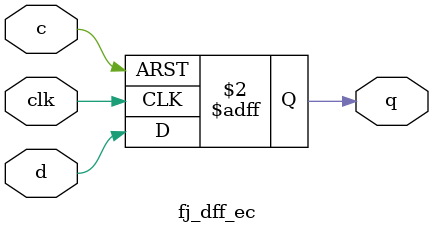
<source format=v>
module fj_dff_ec(q, d, clk, c);
output q; 
input  d, clk, c;
       reg  q;
	always @(posedge clk or posedge c) begin
		if (c)
	          	q <= #1 1'b0;
		else
                  	q <= #1 d;
        end
endmodule
</source>
